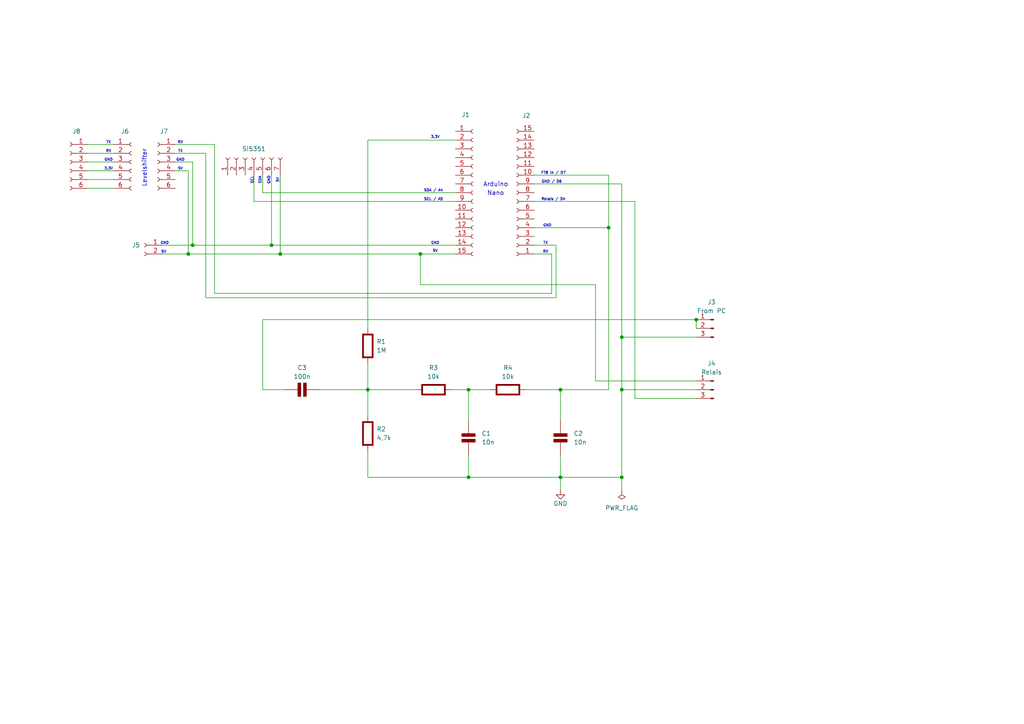
<source format=kicad_sch>
(kicad_sch (version 20250114) (generator "eeschema") (generator_version "9.0")
  (paper "A4")
  (title_block (title "TX Modul") (date "2026-01-22") (rev "0") (company "DL1SKD"))
  (lib_symbols
    (symbol "Connector:Conn_01x02_Socket" (pin_names (offset 1.016) (hide yes))
      (property "Reference" "J" (at 0 2.54 0))
      (property "Value" "Conn_01x02_Socket" (at 0 -5.08 0))
      (symbol "Conn_01x02_Socket_1_1"
        (polyline (pts (xy -1.27 0) (xy -0.508 0)) (stroke (width 0.1524)))
        (polyline (pts (xy -1.27 -2.54) (xy -0.508 -2.54)) (stroke (width 0.1524)))
        (arc (start 0 -0.508) (mid -0.5058 0) (end 0 0.508) (stroke (width 0.1524)))
        (arc (start 0 -3.048) (mid -0.5058 -2.54) (end 0 -2.032) (stroke (width 0.1524)))
        (pin passive line (at -5.08 0 0) (length 3.81) (name "Pin_1") (number "1"))
        (pin passive line (at -5.08 -2.54 0) (length 3.81) (name "Pin_2") (number "2"))
      )
    )
    (symbol "Connector:Conn_01x03_Pin" (pin_names (offset 1.016) (hide yes))
      (property "Reference" "J" (at 0 5.08 0))
      (property "Value" "Conn_01x03_Pin" (at 0 -5.08 0))
      (symbol "Conn_01x03_Pin_1_1"
        (rectangle (start 0.8636 2.667) (end 0 2.413) (stroke (width 0.1524)) (fill (type outline)))
        (rectangle (start 0.8636 0.127) (end 0 -0.127) (stroke (width 0.1524)) (fill (type outline)))
        (rectangle (start 0.8636 -2.413) (end 0 -2.667) (stroke (width 0.1524)) (fill (type outline)))
        (polyline (pts (xy 1.27 2.54) (xy 0.8636 2.54)) (stroke (width 0.1524)))
        (polyline (pts (xy 1.27 0) (xy 0.8636 0)) (stroke (width 0.1524)))
        (polyline (pts (xy 1.27 -2.54) (xy 0.8636 -2.54)) (stroke (width 0.1524)))
        (pin passive line (at 5.08 2.54 180) (length 3.81) (name "Pin_1") (number "1"))
        (pin passive line (at 5.08 0 180) (length 3.81) (name "Pin_2") (number "2"))
        (pin passive line (at 5.08 -2.54 180) (length 3.81) (name "Pin_3") (number "3"))
      )
    )
    (symbol "Connector:Conn_01x06_Socket" (pin_names (offset 1.016) (hide yes))
      (property "Reference" "J" (at 0 7.62 0))
      (property "Value" "Conn_01x06_Socket" (at 0 -10.16 0))
      (symbol "Conn_01x06_Socket_1_1"
        (polyline (pts (xy -1.27 5.08) (xy -0.508 5.08)) (stroke (width 0.1524)))
        (polyline (pts (xy -1.27 2.54) (xy -0.508 2.54)) (stroke (width 0.1524)))
        (polyline (pts (xy -1.27 0) (xy -0.508 0)) (stroke (width 0.1524)))
        (polyline (pts (xy -1.27 -2.54) (xy -0.508 -2.54)) (stroke (width 0.1524)))
        (polyline (pts (xy -1.27 -5.08) (xy -0.508 -5.08)) (stroke (width 0.1524)))
        (polyline (pts (xy -1.27 -7.62) (xy -0.508 -7.62)) (stroke (width 0.1524)))
        (arc (start 0 4.572) (mid -0.5058 5.08) (end 0 5.588) (stroke (width 0.1524)))
        (arc (start 0 2.032) (mid -0.5058 2.54) (end 0 3.048) (stroke (width 0.1524)))
        (arc (start 0 -0.508) (mid -0.5058 0) (end 0 0.508) (stroke (width 0.1524)))
        (arc (start 0 -3.048) (mid -0.5058 -2.54) (end 0 -2.032) (stroke (width 0.1524)))
        (arc (start 0 -5.588) (mid -0.5058 -5.08) (end 0 -4.572) (stroke (width 0.1524)))
        (arc (start 0 -8.128) (mid -0.5058 -7.62) (end 0 -7.112) (stroke (width 0.1524)))
        (pin passive line (at -5.08 5.08 0) (length 3.81) (name "Pin_1") (number "1"))
        (pin passive line (at -5.08 2.54 0) (length 3.81) (name "Pin_2") (number "2"))
        (pin passive line (at -5.08 0 0) (length 3.81) (name "Pin_3") (number "3"))
        (pin passive line (at -5.08 -2.54 0) (length 3.81) (name "Pin_4") (number "4"))
        (pin passive line (at -5.08 -5.08 0) (length 3.81) (name "Pin_5") (number "5"))
        (pin passive line (at -5.08 -7.62 0) (length 3.81) (name "Pin_6") (number "6"))
      )
    )
    (symbol "Connector:Conn_01x07_Socket" (pin_names (offset 1.016) (hide yes))
      (property "Reference" "J" (at 0 10.16 0))
      (property "Value" "Conn_01x07_Socket" (at 0 -10.16 0))
      (symbol "Conn_01x07_Socket_1_1"
        (polyline (pts (xy -1.27 7.62) (xy -0.508 7.62)) (stroke (width 0.1524)))
        (polyline (pts (xy -1.27 5.08) (xy -0.508 5.08)) (stroke (width 0.1524)))
        (polyline (pts (xy -1.27 2.54) (xy -0.508 2.54)) (stroke (width 0.1524)))
        (polyline (pts (xy -1.27 0) (xy -0.508 0)) (stroke (width 0.1524)))
        (polyline (pts (xy -1.27 -2.54) (xy -0.508 -2.54)) (stroke (width 0.1524)))
        (polyline (pts (xy -1.27 -5.08) (xy -0.508 -5.08)) (stroke (width 0.1524)))
        (polyline (pts (xy -1.27 -7.62) (xy -0.508 -7.62)) (stroke (width 0.1524)))
        (arc (start 0 7.112) (mid -0.5058 7.62) (end 0 8.128) (stroke (width 0.1524)))
        (arc (start 0 4.572) (mid -0.5058 5.08) (end 0 5.588) (stroke (width 0.1524)))
        (arc (start 0 2.032) (mid -0.5058 2.54) (end 0 3.048) (stroke (width 0.1524)))
        (arc (start 0 -0.508) (mid -0.5058 0) (end 0 0.508) (stroke (width 0.1524)))
        (arc (start 0 -3.048) (mid -0.5058 -2.54) (end 0 -2.032) (stroke (width 0.1524)))
        (arc (start 0 -5.588) (mid -0.5058 -5.08) (end 0 -4.572) (stroke (width 0.1524)))
        (arc (start 0 -8.128) (mid -0.5058 -7.62) (end 0 -7.112) (stroke (width 0.1524)))
        (pin passive line (at -5.08 7.62 0) (length 3.81) (name "Pin_1") (number "1"))
        (pin passive line (at -5.08 5.08 0) (length 3.81) (name "Pin_2") (number "2"))
        (pin passive line (at -5.08 2.54 0) (length 3.81) (name "Pin_3") (number "3"))
        (pin passive line (at -5.08 0 0) (length 3.81) (name "Pin_4") (number "4"))
        (pin passive line (at -5.08 -2.54 0) (length 3.81) (name "Pin_5") (number "5"))
        (pin passive line (at -5.08 -5.08 0) (length 3.81) (name "Pin_6") (number "6"))
        (pin passive line (at -5.08 -7.62 0) (length 3.81) (name "Pin_7") (number "7"))
      )
    )
    (symbol "Connector:Conn_01x15_Socket" (pin_names (offset 1.016) (hide yes))
      (property "Reference" "J" (at 0 20.32 0))
      (property "Value" "Conn_01x15_Socket" (at 0 -20.32 0))
      (symbol "Conn_01x15_Socket_1_1"
        (polyline (pts (xy -1.27 17.78) (xy -0.508 17.78)) (stroke (width 0.1524)))
        (polyline (pts (xy -1.27 15.24) (xy -0.508 15.24)) (stroke (width 0.1524)))
        (polyline (pts (xy -1.27 12.7) (xy -0.508 12.7)) (stroke (width 0.1524)))
        (polyline (pts (xy -1.27 10.16) (xy -0.508 10.16)) (stroke (width 0.1524)))
        (polyline (pts (xy -1.27 7.62) (xy -0.508 7.62)) (stroke (width 0.1524)))
        (polyline (pts (xy -1.27 5.08) (xy -0.508 5.08)) (stroke (width 0.1524)))
        (polyline (pts (xy -1.27 2.54) (xy -0.508 2.54)) (stroke (width 0.1524)))
        (polyline (pts (xy -1.27 0) (xy -0.508 0)) (stroke (width 0.1524)))
        (polyline (pts (xy -1.27 -2.54) (xy -0.508 -2.54)) (stroke (width 0.1524)))
        (polyline (pts (xy -1.27 -5.08) (xy -0.508 -5.08)) (stroke (width 0.1524)))
        (polyline (pts (xy -1.27 -7.62) (xy -0.508 -7.62)) (stroke (width 0.1524)))
        (polyline (pts (xy -1.27 -10.16) (xy -0.508 -10.16)) (stroke (width 0.1524)))
        (polyline (pts (xy -1.27 -12.7) (xy -0.508 -12.7)) (stroke (width 0.1524)))
        (polyline (pts (xy -1.27 -15.24) (xy -0.508 -15.24)) (stroke (width 0.1524)))
        (polyline (pts (xy -1.27 -17.78) (xy -0.508 -17.78)) (stroke (width 0.1524)))
        (arc (start 0 17.272) (mid -0.5058 17.78) (end 0 18.288) (stroke (width 0.1524)))
        (arc (start 0 14.732) (mid -0.5058 15.24) (end 0 15.748) (stroke (width 0.1524)))
        (arc (start 0 12.192) (mid -0.5058 12.7) (end 0 13.208) (stroke (width 0.1524)))
        (arc (start 0 9.652) (mid -0.5058 10.16) (end 0 10.668) (stroke (width 0.1524)))
        (arc (start 0 7.112) (mid -0.5058 7.62) (end 0 8.128) (stroke (width 0.1524)))
        (arc (start 0 4.572) (mid -0.5058 5.08) (end 0 5.588) (stroke (width 0.1524)))
        (arc (start 0 2.032) (mid -0.5058 2.54) (end 0 3.048) (stroke (width 0.1524)))
        (arc (start 0 -0.508) (mid -0.5058 0) (end 0 0.508) (stroke (width 0.1524)))
        (arc (start 0 -3.048) (mid -0.5058 -2.54) (end 0 -2.032) (stroke (width 0.1524)))
        (arc (start 0 -5.588) (mid -0.5058 -5.08) (end 0 -4.572) (stroke (width 0.1524)))
        (arc (start 0 -8.128) (mid -0.5058 -7.62) (end 0 -7.112) (stroke (width 0.1524)))
        (arc (start 0 -10.668) (mid -0.5058 -10.16) (end 0 -9.652) (stroke (width 0.1524)))
        (arc (start 0 -13.208) (mid -0.5058 -12.7) (end 0 -12.192) (stroke (width 0.1524)))
        (arc (start 0 -15.748) (mid -0.5058 -15.24) (end 0 -14.732) (stroke (width 0.1524)))
        (arc (start 0 -18.288) (mid -0.5058 -17.78) (end 0 -17.272) (stroke (width 0.1524)))
        (pin passive line (at -5.08 17.78 0) (length 3.81) (name "Pin_1") (number "1"))
        (pin passive line (at -5.08 15.24 0) (length 3.81) (name "Pin_2") (number "2"))
        (pin passive line (at -5.08 12.7 0) (length 3.81) (name "Pin_3") (number "3"))
        (pin passive line (at -5.08 10.16 0) (length 3.81) (name "Pin_4") (number "4"))
        (pin passive line (at -5.08 7.62 0) (length 3.81) (name "Pin_5") (number "5"))
        (pin passive line (at -5.08 5.08 0) (length 3.81) (name "Pin_6") (number "6"))
        (pin passive line (at -5.08 2.54 0) (length 3.81) (name "Pin_7") (number "7"))
        (pin passive line (at -5.08 0 0) (length 3.81) (name "Pin_8") (number "8"))
        (pin passive line (at -5.08 -2.54 0) (length 3.81) (name "Pin_9") (number "9"))
        (pin passive line (at -5.08 -5.08 0) (length 3.81) (name "Pin_10") (number "10"))
        (pin passive line (at -5.08 -7.62 0) (length 3.81) (name "Pin_11") (number "11"))
        (pin passive line (at -5.08 -10.16 0) (length 3.81) (name "Pin_12") (number "12"))
        (pin passive line (at -5.08 -12.7 0) (length 3.81) (name "Pin_13") (number "13"))
        (pin passive line (at -5.08 -15.24 0) (length 3.81) (name "Pin_14") (number "14"))
        (pin passive line (at -5.08 -17.78 0) (length 3.81) (name "Pin_15") (number "15"))
      )
    )
    (symbol "PCM_Elektuur:C" (pin_numbers (hide yes)) (pin_names (offset 0) (hide yes))
      (property "Reference" "C" (at 0.635 3.175 0))
      (property "Value" "C" (at 0.635 -3.175 0))
      (symbol "C_1_1"
        (rectangle (start -1.905 1.1938) (end 1.905 0.4318) (stroke (width 0.254)) (fill (type outline)))
        (rectangle (start -1.905 -0.4318) (end 1.905 -1.1938) (stroke (width 0.254)) (fill (type outline)))
        (pin passive line (at 0 5.08 270) (length 3.8862) (name "+") (number "1"))
        (pin passive line (at 0 -5.08 90) (length 3.8862) (name "-") (number "2"))
      )
      (symbol "C_1_2"
        (polyline (pts (xy -1.905 0.4318) (xy 1.905 0.4318) (xy 1.905 1.4986) (xy -1.905 1.4986) (xy -1.905 0.4318) (xy -1.8034 0.5334) (xy -1.8034 1.397) (xy 1.8034 1.397) (xy 1.8034 0.5334) (xy -1.8034 0.5334) (xy -1.905 0.4318)) (stroke (width 0.254)) (fill (type outline)))
        (polyline (pts (xy -1.905 -1.4986) (xy 1.905 -1.4986) (xy 1.905 -0.4318) (xy -1.905 -0.4318) (xy -1.905 -1.4986) (xy -1.8034 -1.397) (xy -1.8034 -0.5334) (xy 1.8034 -0.5334) (xy 1.8034 -1.397) (xy -1.8034 -1.397) (xy -1.905 -1.4986)) (stroke (width 0.254)) (fill (type outline)))
        (pin passive line (at 0 5.08 270) (length 3.5814) (name "+") (number "1"))
        (pin passive line (at 0 -5.08 90) (length 3.5814) (name "-") (number "2"))
      )
    )
    (symbol "PCM_Elektuur:R" (pin_numbers (hide yes)) (pin_names (offset 0) (hide yes))
      (property "Reference" "R" (at 2.54 3.175 0))
      (property "Value" "R" (at 0 0 90))
      (symbol "R_1_1"
        (polyline (pts (xy -1.524 -3.429) (xy 1.524 -3.429) (xy 1.524 3.429) (xy -1.524 3.429) (xy -1.524 -3.429) (xy -1.27 -3.175) (xy -1.27 3.175) (xy 1.27 3.175) (xy 1.27 -3.175) (xy -1.27 -3.175) (xy -1.524 -3.429)) (stroke (width 0.254)) (fill (type outline)))
        (pin passive line (at 0 5.08 270) (length 1.651) (name "+") (number "1"))
        (pin passive line (at 0 -5.08 90) (length 1.651) (name "-") (number "2"))
      )
      (symbol "R_1_2"
        (polyline (pts (xy -0.508 -3.429) (xy 1.524 -3.429) (xy 1.524 3.429) (xy -0.508 3.429) (xy -0.508 3.175) (xy 1.27 3.175) (xy 1.27 -3.175) (xy -0.508 -3.175) (xy -0.508 -3.429)) (stroke (width 0.254)) (fill (type outline)))
        (pin passive line (at 0 5.08 270) (length 1.651) (name "+") (number "1"))
        (pin passive line (at 0 -5.08 90) (length 1.651) (name "-") (number "2"))
      )
      (symbol "R_1_3"
        (polyline (pts (xy 0 3.4798) (xy 0 3.2004) (xy 0.7112 2.794) (xy -1.1938 1.6764) (xy 0.7112 0.5588) (xy -1.1938 -0.5588) (xy 0.7112 -1.6764) (xy -1.1938 -2.794) (xy 0 -3.4798) (xy 0 -3.2004) (xy -0.7112 -2.794) (xy 1.1938 -1.6764) (xy -0.7112 -0.5588) (xy 1.1938 0.5588) (xy -0.7112 1.6764) (xy 1.1938 2.794) (xy 0 3.4798)) (stroke (width 0.254)) (fill (type outline)))
        (pin passive line (at 0 5.08 270) (length 1.6002) (name "+") (number "1"))
        (pin passive line (at 0 -5.08 90) (length 1.6002) (name "-") (number "2"))
      )
      (symbol "R_1_4"
        (polyline (pts (xy 0 4.5466) (xy 0 4.2672) (xy 0.0508 4.2418) (xy 1.016 3.683) (xy -1.524 2.2098) (xy 1.016 0.7366) (xy -1.524 -0.7366) (xy 1.016 -2.2098) (xy -1.524 -3.683) (xy -0.0762 -4.5212) (xy 0 -4.5466) (xy 0 -4.2672) (xy -0.0508 -4.2418) (xy -1.016 -3.683) (xy 1.524 -2.2098) (xy -1.016 -0.7366) (xy 1.524 0.7366) (xy -1.016 2.2098) (xy 1.524 3.683) (xy 0.0762 4.5212) (xy 0 4.5466)) (stroke (width 0.254)) (fill (type outline)))
        (pin passive line (at 0 5.08 270) (length 0.5334) (name "+") (number "1"))
        (pin passive line (at 0 -5.08 90) (length 0.5334) (name "-") (number "2"))
      )
    )
    (symbol "PCM_SparkFun-PowerSymbol:GND" (power) (pin_names (offset 0))
      (property "Value" "GND" (at 0 -3.81 0))
      (symbol "GND_0_1"
        (polyline (pts (xy 0 0) (xy 0 -1.27) (xy 1.27 -1.27) (xy 0 -2.54) (xy -1.27 -1.27) (xy 0 -1.27)))
      )
      (symbol "GND_1_1"
        (pin power_in line (at 0 0 270) (length 0) (hide yes) (name "GND") (number "1"))
      )
    )
    (symbol "power:PWR_FLAG" (power) (pin_numbers (hide yes)) (pin_names (offset 0) (hide yes))
      (property "Value" "PWR_FLAG" (at 0 3.81 0))
      (symbol "PWR_FLAG_0_0"
        (pin power_out line (at 0 0 90) (length 0) (name "~") (number "1"))
      )
      (symbol "PWR_FLAG_0_1"
        (polyline (pts (xy 0 0) (xy 0 1.27) (xy -1.016 1.905) (xy 0 2.54) (xy 1.016 1.905) (xy 0 1.27)))
      )
    )
  )
  (text "GND" (at 31.496 46.482 0) (effects (font (size 0.762 0.762))))
  (text "Arduino" (at 143.764 53.594 0) (effects (font (size 1.27 1.27))))
  (text "GND / D6" (at 160.02 52.832 0) (effects (font (size 0.762 0.762))))
  (text "Relais / D4" (at 160.528 57.912 0) (effects (font (size 0.762 0.762))))
  (text "5V" (at 52.324 49.022 0) (effects (font (size 0.762 0.762))))
  (text "SCL" (at 73.152 52.324 90) (effects (font (size 0.762 0.762))))
  (text "TX" (at 31.496 41.402 0) (effects (font (size 0.762 0.762))))
  (text "GND" (at 47.752 70.612 0) (effects (font (size 0.762 0.762))))
  (text "SDA / A4" (at 125.73 55.372 0) (effects (font (size 0.762 0.762))))
  (text "Levelshifter" (at 41.91 48.768 90) (effects (font (size 1.27 1.27))))
  (text "FT8 In / D7" (at 160.528 50.292 0) (effects (font (size 0.762 0.762))))
  (text "GND" (at 77.978 52.324 90) (effects (font (size 0.762 0.762))))
  (text "GND" (at 126.238 70.612 0) (effects (font (size 0.762 0.762))))
  (text "GND" (at 158.75 65.532 0) (effects (font (size 0.762 0.762))))
  (text "SDA" (at 75.438 52.324 90) (effects (font (size 0.762 0.762))))
  (text "RX\n" (at 158.242 73.152 0) (effects (font (size 0.762 0.762))))
  (text "TX" (at 158.242 70.612 0) (effects (font (size 0.762 0.762))))
  (text "3.3V" (at 31.496 49.022 0) (effects (font (size 0.762 0.762))))
  (text "TX" (at 52.324 43.942 0) (effects (font (size 0.762 0.762))))
  (text "5V" (at 126.238 72.898 0) (effects (font (size 0.762 0.762))))
  (text "RX\n" (at 52.324 41.402 0) (effects (font (size 0.762 0.762))))
  (text "5V" (at 47.498 73.152 0) (effects (font (size 0.762 0.762))))
  (text "SCL / A5" (at 125.73 57.912 0) (effects (font (size 0.762 0.762))))
  (text "Nano\n" (at 143.764 56.134 0) (effects (font (size 1.27 1.27))))
  (text "RX\n" (at 31.496 43.942 0) (effects (font (size 0.762 0.762))))
  (text "5V" (at 80.518 52.324 90) (effects (font (size 0.762 0.762))))
  (text "GND" (at 52.324 46.482 0) (effects (font (size 0.762 0.762))))
  (text "3.3V" (at 126.238 39.878 0) (effects (font (size 0.762 0.762))))
  (junction (at 176.53 66.04))
  (junction (at 81.28 73.66))
  (junction (at 135.89 113.03))
  (junction (at 180.34 138.43))
  (junction (at 106.68 113.03))
  (junction (at 180.34 113.03))
  (junction (at 135.89 138.43))
  (junction (at 180.34 97.79))
  (junction (at 78.74 71.12))
  (junction (at 201.93 92.71))
  (junction (at 162.56 138.43))
  (junction (at 162.56 113.03))
  (junction (at 55.88 71.12))
  (junction (at 54.61 73.66))
  (junction (at 121.92 73.66))
  (wire (pts (xy 76.2 55.88) (xy 76.2 50.8)))
  (wire (pts (xy 135.89 113.03) (xy 135.89 121.92)))
  (wire (pts (xy 154.94 73.66) (xy 160.02 73.66)))
  (wire (pts (xy 25.4 41.91) (xy 33.02 41.91)))
  (wire (pts (xy 25.4 46.99) (xy 33.02 46.99)))
  (wire (pts (xy 201.93 115.57) (xy 184.15 115.57)))
  (wire (pts (xy 106.68 40.64) (xy 106.68 95.25)))
  (wire (pts (xy 184.15 58.42) (xy 154.94 58.42)))
  (wire (pts (xy 121.92 73.66) (xy 132.08 73.66)))
  (wire (pts (xy 184.15 115.57) (xy 184.15 58.42)))
  (wire (pts (xy 132.08 58.42) (xy 73.66 58.42)))
  (wire (pts (xy 132.08 40.64) (xy 106.68 40.64)))
  (wire (pts (xy 76.2 113.03) (xy 76.2 92.71)))
  (wire (pts (xy 55.88 46.99) (xy 55.88 71.12)))
  (wire (pts (xy 50.8 44.45) (xy 59.69 44.45)))
  (wire (pts (xy 130.81 113.03) (xy 135.89 113.03)))
  (wire (pts (xy 55.88 71.12) (xy 78.74 71.12)))
  (wire (pts (xy 106.68 138.43) (xy 135.89 138.43)))
  (wire (pts (xy 180.34 113.03) (xy 201.93 113.03)))
  (wire (pts (xy 162.56 132.08) (xy 162.56 138.43)))
  (wire (pts (xy 172.72 82.55) (xy 172.72 110.49)))
  (wire (pts (xy 50.8 46.99) (xy 55.88 46.99)))
  (wire (pts (xy 135.89 132.08) (xy 135.89 138.43)))
  (wire (pts (xy 176.53 50.8) (xy 176.53 66.04)))
  (wire (pts (xy 154.94 71.12) (xy 161.29 71.12)))
  (wire (pts (xy 180.34 53.34) (xy 180.34 97.79)))
  (wire (pts (xy 176.53 66.04) (xy 176.53 113.03)))
  (wire (pts (xy 25.4 52.07) (xy 33.02 52.07)))
  (wire (pts (xy 154.94 66.04) (xy 176.53 66.04)))
  (wire (pts (xy 46.99 73.66) (xy 54.61 73.66)))
  (wire (pts (xy 25.4 49.53) (xy 33.02 49.53)))
  (wire (pts (xy 180.34 113.03) (xy 180.34 138.43)))
  (wire (pts (xy 135.89 113.03) (xy 142.24 113.03)))
  (wire (pts (xy 59.69 86.36) (xy 59.69 44.45)))
  (wire (pts (xy 161.29 86.36) (xy 59.69 86.36)))
  (wire (pts (xy 132.08 71.12) (xy 78.74 71.12)))
  (wire (pts (xy 132.08 55.88) (xy 76.2 55.88)))
  (wire (pts (xy 25.4 54.61) (xy 33.02 54.61)))
  (wire (pts (xy 161.29 71.12) (xy 161.29 86.36)))
  (wire (pts (xy 106.68 113.03) (xy 120.65 113.03)))
  (wire (pts (xy 81.28 73.66) (xy 81.28 50.8)))
  (wire (pts (xy 162.56 138.43) (xy 162.56 142.24)))
  (wire (pts (xy 50.8 49.53) (xy 54.61 49.53)))
  (wire (pts (xy 172.72 110.49) (xy 201.93 110.49)))
  (wire (pts (xy 135.89 138.43) (xy 162.56 138.43)))
  (wire (pts (xy 162.56 121.92) (xy 162.56 113.03)))
  (wire (pts (xy 73.66 58.42) (xy 73.66 50.8)))
  (wire (pts (xy 76.2 92.71) (xy 201.93 92.71)))
  (wire (pts (xy 180.34 138.43) (xy 180.34 142.24)))
  (wire (pts (xy 172.72 82.55) (xy 121.92 82.55)))
  (wire (pts (xy 50.8 41.91) (xy 62.23 41.91)))
  (wire (pts (xy 54.61 49.53) (xy 54.61 73.66)))
  (wire (pts (xy 201.93 92.71) (xy 201.93 95.25)))
  (wire (pts (xy 162.56 113.03) (xy 176.53 113.03)))
  (wire (pts (xy 160.02 73.66) (xy 160.02 85.09)))
  (wire (pts (xy 92.71 113.03) (xy 106.68 113.03)))
  (wire (pts (xy 106.68 130.81) (xy 106.68 138.43)))
  (wire (pts (xy 106.68 113.03) (xy 106.68 120.65)))
  (wire (pts (xy 154.94 53.34) (xy 180.34 53.34)))
  (wire (pts (xy 46.99 71.12) (xy 55.88 71.12)))
  (wire (pts (xy 154.94 50.8) (xy 176.53 50.8)))
  (wire (pts (xy 106.68 105.41) (xy 106.68 113.03)))
  (wire (pts (xy 82.55 113.03) (xy 76.2 113.03)))
  (wire (pts (xy 180.34 97.79) (xy 201.93 97.79)))
  (wire (pts (xy 121.92 82.55) (xy 121.92 73.66)))
  (wire (pts (xy 62.23 85.09) (xy 62.23 41.91)))
  (wire (pts (xy 78.74 71.12) (xy 78.74 50.8)))
  (wire (pts (xy 25.4 44.45) (xy 33.02 44.45)))
  (wire (pts (xy 162.56 113.03) (xy 152.4 113.03)))
  (wire (pts (xy 160.02 85.09) (xy 62.23 85.09)))
  (wire (pts (xy 180.34 97.79) (xy 180.34 113.03)))
  (wire (pts (xy 54.61 73.66) (xy 81.28 73.66)))
  (wire (pts (xy 121.92 73.66) (xy 81.28 73.66)))
  (wire (pts (xy 162.56 138.43) (xy 180.34 138.43)))
  (symbol (lib_id "Connector:Conn_01x03_Pin") (at 207.01 113.03 0) (mirror y) (unit 1)
    (property "Reference" "J4" (at 206.375 105.41 0))
    (property "Value" "Relais" (at 206.375 107.95 0))
    (property "Footprint" "Connector_PinHeader_2.54mm:PinHeader_1x03_P2.54mm_Vertical" (effects (hide yes)))
    (property "Description" "Generic connector, single row, 01x03, script generated" (effects (hide yes)))
  )
  (symbol (lib_id "Connector:Conn_01x15_Socket") (at 137.16 55.88 0) (unit 1)
    (property "Reference" "J1" (at 133.858 33.274 0) (effects (justify left)))
    (property "Value" "Conn_01x15_Socket" (effects (hide yes)))
    (property "Footprint" "Connector_PinSocket_2.54mm:PinSocket_1x15_P2.54mm_Vertical" (effects (hide yes)))
    (property "Description" "Generic connector, single row, 01x15, script generated" (effects (hide yes)))
  )
  (symbol (lib_id "PCM_Elektuur:R") (at 147.32 113.03 90) (unit 1)
    (property "Reference" "R4" (at 147.32 106.68 90))
    (property "Value" "10k" (at 147.32 109.22 90))
    (property "Footprint" "Resistor_THT:R_Axial_DIN0204_L3.6mm_D1.6mm_P7.62mm_Horizontal" (effects (hide yes)))
    (property "Description" "resistor" (effects (hide yes)))
    (property "Indicator" "+" (effects (hide yes)))
    (property "Rating" "W" (effects (hide yes)))
  )
  (symbol (lib_id "Connector:Conn_01x06_Socket") (at 20.32 46.99 0) (mirror y) (unit 1)
    (property "Reference" "J8" (at 23.368 38.1 0) (effects (justify left)))
    (property "Value" "Conn_01x06_Socket" (effects (hide yes)))
    (property "Footprint" "Connector_PinSocket_2.54mm:PinSocket_1x06_P2.54mm_Vertical" (effects (hide yes)))
    (property "Description" "Generic connector, single row, 01x06, script generated" (effects (hide yes)))
  )
  (symbol (lib_id "Connector:Conn_01x06_Socket") (at 45.72 46.99 0) (mirror y) (unit 1)
    (property "Reference" "J7" (at 48.768 38.1 0) (effects (justify left)))
    (property "Value" "Conn_01x06_Socket" (effects (hide yes)))
    (property "Footprint" "Connector_PinSocket_2.54mm:PinSocket_1x06_P2.54mm_Vertical" (effects (hide yes)))
    (property "Description" "Generic connector, single row, 01x06, script generated" (effects (hide yes)))
  )
  (symbol (lib_id "PCM_Elektuur:R") (at 125.73 113.03 90) (unit 1)
    (property "Reference" "R3" (at 125.73 106.68 90))
    (property "Value" "10k" (at 125.73 109.22 90))
    (property "Footprint" "Resistor_THT:R_Axial_DIN0204_L3.6mm_D1.6mm_P7.62mm_Horizontal" (effects (hide yes)))
    (property "Description" "resistor" (effects (hide yes)))
    (property "Indicator" "+" (effects (hide yes)))
    (property "Rating" "W" (effects (hide yes)))
  )
  (symbol (lib_id "PCM_Elektuur:R") (at 106.68 125.73 0) (unit 1)
    (property "Reference" "R2" (at 109.22 124.4599 0) (effects (justify left)))
    (property "Value" "4,7k" (at 109.22 126.9999 0) (effects (justify left)))
    (property "Footprint" "Resistor_THT:R_Axial_DIN0204_L3.6mm_D1.6mm_P7.62mm_Horizontal" (effects (hide yes)))
    (property "Description" "resistor" (effects (hide yes)))
    (property "Indicator" "+" (effects (hide yes)))
    (property "Rating" "W" (effects (hide yes)))
  )
  (symbol (lib_id "Connector:Conn_01x02_Socket") (at 41.91 71.12 0) (mirror y) (unit 1)
    (property "Reference" "J5" (at 40.64 71.1199 0) (effects (justify left)))
    (property "Value" "Conn_01x02_Socket" (effects (hide yes)))
    (property "Footprint" "Connector_PinSocket_2.54mm:PinSocket_1x02_P2.54mm_Vertical" (effects (hide yes)))
    (property "Description" "Generic connector, single row, 01x02, script generated" (effects (hide yes)))
  )
  (symbol (lib_id "Connector:Conn_01x03_Pin") (at 207.01 95.25 0) (mirror y) (unit 1)
    (property "Reference" "J3" (at 206.375 87.63 0))
    (property "Value" "From PC" (at 206.375 90.17 0))
    (property "Footprint" "Connector_PinHeader_2.54mm:PinHeader_1x03_P2.54mm_Vertical" (effects (hide yes)))
    (property "Description" "Generic connector, single row, 01x03, script generated" (effects (hide yes)))
  )
  (symbol (lib_id "PCM_Elektuur:C") (at 135.89 127 0) (unit 1)
    (property "Reference" "C1" (at 139.7 125.7299 0) (effects (justify left)))
    (property "Value" "10n" (at 139.7 128.2699 0) (effects (justify left)))
    (property "Footprint" "Capacitor_THT:C_Disc_D4.7mm_W2.5mm_P5.00mm" (effects (hide yes)))
    (property "Description" "capacitor, non-polarized/bipolar" (effects (hide yes)))
    (property "Indicator" "+" (effects (hide yes)))
    (property "Rating" "V" (effects (hide yes)))
  )
  (symbol (lib_id "PCM_SparkFun-PowerSymbol:GND") (at 162.56 142.24 0) (unit 1)
    (property "Reference" "#PWR01" (effects (hide yes)))
    (property "Value" "GND" (at 162.56 146.05 0))
    (property "Description" "Power symbol creates a global label with name \"GND\" , ground" (effects (hide yes)))
  )
  (symbol (lib_id "PCM_Elektuur:C") (at 162.56 127 0) (unit 1)
    (property "Reference" "C2" (at 166.37 125.7299 0) (effects (justify left)))
    (property "Value" "10n" (at 166.37 128.2699 0) (effects (justify left)))
    (property "Footprint" "Capacitor_THT:C_Disc_D4.7mm_W2.5mm_P5.00mm" (effects (hide yes)))
    (property "Description" "capacitor, non-polarized/bipolar" (effects (hide yes)))
    (property "Indicator" "+" (effects (hide yes)))
    (property "Rating" "V" (effects (hide yes)))
  )
  (symbol (lib_id "Connector:Conn_01x07_Socket") (at 73.66 45.72 90) (unit 1)
    (property "Reference" "Si5351" (at 73.66 43.18 90))
    (property "Value" "Conn_01x07_Socket" (effects (hide yes)))
    (property "Footprint" "Connector_PinSocket_2.54mm:PinSocket_1x07_P2.54mm_Vertical" (effects (hide yes)))
    (property "Description" "Generic connector, single row, 01x07, script generated" (effects (hide yes)))
  )
  (symbol (lib_id "PCM_Elektuur:R") (at 106.68 100.33 0) (unit 1)
    (property "Reference" "R1" (at 109.22 99.0599 0) (effects (justify left)))
    (property "Value" "1M" (at 109.22 101.5999 0) (effects (justify left)))
    (property "Footprint" "Resistor_THT:R_Axial_DIN0204_L3.6mm_D1.6mm_P7.62mm_Horizontal" (effects (hide yes)))
    (property "Description" "resistor" (effects (hide yes)))
    (property "Indicator" "+" (effects (hide yes)))
    (property "Rating" "W" (effects (hide yes)))
  )
  (symbol (lib_id "power:PWR_FLAG") (at 180.34 142.24 0) (mirror x) (unit 1)
    (property "Reference" "#FLG01" (effects (hide yes)))
    (property "Value" "PWR_FLAG" (at 180.34 147.32 0))
    (property "Description" "Special symbol for telling ERC where power comes from" (effects (hide yes)))
  )
  (symbol (lib_id "PCM_Elektuur:C") (at 87.63 113.03 90) (unit 1)
    (property "Reference" "C3" (at 87.63 106.68 90))
    (property "Value" "100n" (at 87.63 109.22 90))
    (property "Footprint" "Capacitor_THT:C_Disc_D4.7mm_W2.5mm_P5.00mm" (effects (hide yes)))
    (property "Description" "capacitor, non-polarized/bipolar" (effects (hide yes)))
    (property "Indicator" "+" (effects (hide yes)))
    (property "Rating" "V" (effects (hide yes)))
  )
  (symbol (lib_id "Connector:Conn_01x15_Socket") (at 149.86 55.88 180) (unit 1)
    (property "Reference" "J2" (at 152.654 33.528 0))
    (property "Value" "Conn_01x15_Socket" (effects (hide yes)))
    (property "Footprint" "Connector_PinSocket_2.54mm:PinSocket_1x15_P2.54mm_Vertical" (effects (hide yes)))
    (property "Description" "Generic connector, single row, 01x15, script generated" (effects (hide yes)))
  )
  (symbol (lib_id "Connector:Conn_01x06_Socket") (at 38.1 46.99 0) (unit 1)
    (property "Reference" "J6" (at 35.052 38.1 0) (effects (justify left)))
    (property "Value" "Conn_01x06_Socket" (effects (hide yes)))
    (property "Footprint" "Connector_PinSocket_2.54mm:PinSocket_1x06_P2.54mm_Vertical" (effects (hide yes)))
    (property "Description" "Generic connector, single row, 01x06, script generated" (effects (hide yes)))
  )
)
</source>
